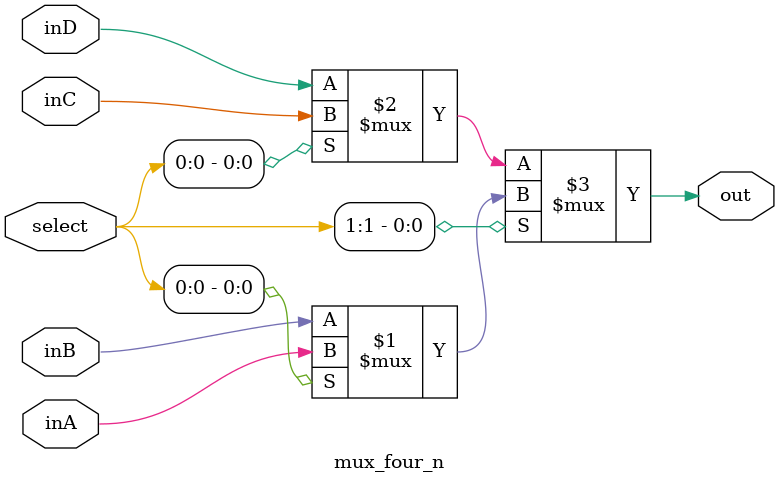
<source format=v>
`timescale 1ns / 1ps
/*
**  UCSD CSE141L Lab2 Answer Module
** -------------------------------------------------------------------
**
*/

module mux_four_n #(parameter WIDTH = 1)(
			input [1:0] 		  select,
			input [WIDTH - 1:0] inA, // 11
			input [WIDTH - 1:0] inB, // 10
			input [WIDTH - 1:0] inC, // 01
			input [WIDTH - 1:0] inD, // 00
			output [WIDTH - 1:0] out
			);
	
			assign out = select[1] ? select[0] ? inA : inB : select[0] ? inC : inD;
endmodule
</source>
